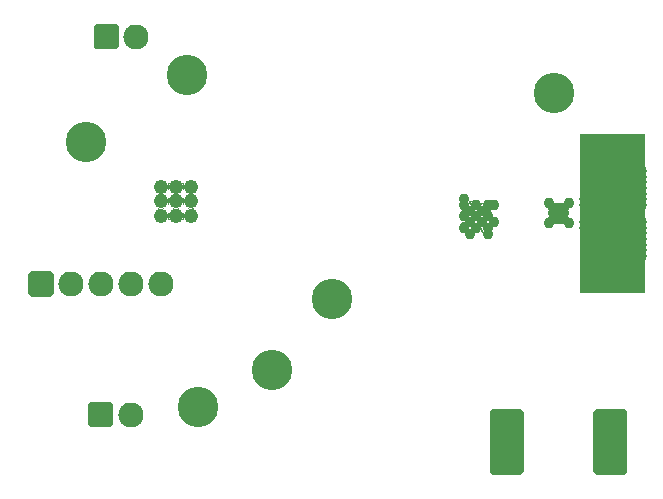
<source format=gbr>
%TF.GenerationSoftware,KiCad,Pcbnew,(5.1.8)-1*%
%TF.CreationDate,2021-01-16T00:45:48+01:00*%
%TF.ProjectId,Ka-band-Mixer,4b612d62-616e-4642-9d4d-697865722e6b,rev?*%
%TF.SameCoordinates,Original*%
%TF.FileFunction,Soldermask,Bot*%
%TF.FilePolarity,Negative*%
%FSLAX46Y46*%
G04 Gerber Fmt 4.6, Leading zero omitted, Abs format (unit mm)*
G04 Created by KiCad (PCBNEW (5.1.8)-1) date 2021-01-16 00:45:48*
%MOMM*%
%LPD*%
G01*
G04 APERTURE LIST*
%ADD10C,0.100000*%
%ADD11O,2.130000X2.130000*%
%ADD12C,1.030000*%
%ADD13C,2.630000*%
%ADD14C,0.930000*%
%ADD15C,3.430000*%
%ADD16C,1.230000*%
G04 APERTURE END LIST*
D10*
%TO.C,J4*%
G36*
X148070000Y-93210001D02*
G01*
X148070000Y-106710001D01*
X142570000Y-106710001D01*
X142570000Y-93210001D01*
X148070000Y-93210001D01*
G37*
G36*
X148070000Y-93210001D02*
G01*
X148070000Y-106710001D01*
X142570000Y-106710001D01*
X142570000Y-93210001D01*
X148070000Y-93210001D01*
G37*
%TD*%
D11*
%TO.C,J1*%
X107065000Y-105930000D03*
X104525000Y-105930000D03*
X101985000Y-105930000D03*
X99445000Y-105930000D03*
G36*
G01*
X97755000Y-106995000D02*
X96055000Y-106995000D01*
G75*
G02*
X95840000Y-106780000I0J215000D01*
G01*
X95840000Y-105080000D01*
G75*
G02*
X96055000Y-104865000I215000J0D01*
G01*
X97755000Y-104865000D01*
G75*
G02*
X97970000Y-105080000I0J-215000D01*
G01*
X97970000Y-106780000D01*
G75*
G02*
X97755000Y-106995000I-215000J0D01*
G01*
G37*
%TD*%
%TO.C,J3*%
X104978200Y-85005600D03*
G36*
G01*
X103288200Y-86070600D02*
X101588200Y-86070600D01*
G75*
G02*
X101373200Y-85855600I0J215000D01*
G01*
X101373200Y-84155600D01*
G75*
G02*
X101588200Y-83940600I215000J0D01*
G01*
X103288200Y-83940600D01*
G75*
G02*
X103503200Y-84155600I0J-215000D01*
G01*
X103503200Y-85855600D01*
G75*
G02*
X103288200Y-86070600I-215000J0D01*
G01*
G37*
%TD*%
%TO.C,J2*%
X104500000Y-116995000D03*
G36*
G01*
X102810000Y-118060000D02*
X101110000Y-118060000D01*
G75*
G02*
X100895000Y-117845000I0J215000D01*
G01*
X100895000Y-116145000D01*
G75*
G02*
X101110000Y-115930000I215000J0D01*
G01*
X102810000Y-115930000D01*
G75*
G02*
X103025000Y-116145000I0J-215000D01*
G01*
X103025000Y-117845000D01*
G75*
G02*
X102810000Y-118060000I-215000J0D01*
G01*
G37*
%TD*%
%TO.C,J5*%
G36*
G01*
X146318440Y-122065420D02*
X143898440Y-122065420D01*
G75*
G02*
X143683440Y-121850420I0J215000D01*
G01*
X143683440Y-116770420D01*
G75*
G02*
X143898440Y-116555420I215000J0D01*
G01*
X146318440Y-116555420D01*
G75*
G02*
X146533440Y-116770420I0J-215000D01*
G01*
X146533440Y-121850420D01*
G75*
G02*
X146318440Y-122065420I-215000J0D01*
G01*
G37*
G36*
G01*
X137558440Y-122065420D02*
X135138440Y-122065420D01*
G75*
G02*
X134923440Y-121850420I0J215000D01*
G01*
X134923440Y-116770420D01*
G75*
G02*
X135138440Y-116555420I215000J0D01*
G01*
X137558440Y-116555420D01*
G75*
G02*
X137773440Y-116770420I0J-215000D01*
G01*
X137773440Y-121850420D01*
G75*
G02*
X137558440Y-122065420I-215000J0D01*
G01*
G37*
%TD*%
D12*
%TO.C,J4*%
X143010000Y-98745001D03*
X143010000Y-99215001D03*
X143480000Y-98745001D03*
X143480000Y-99215001D03*
X143950000Y-98745001D03*
X143950000Y-99215001D03*
X144420000Y-98745001D03*
X144420000Y-99215001D03*
X144890000Y-98745001D03*
X144890000Y-99215001D03*
X145360000Y-98745001D03*
X145360000Y-99215001D03*
X145830000Y-98275001D03*
X145830000Y-98745001D03*
X145830000Y-99215001D03*
X146300000Y-97805001D03*
X146300000Y-98275001D03*
X146300000Y-98745001D03*
X146300000Y-99215001D03*
X146770000Y-97335001D03*
X146770000Y-97805001D03*
X146770000Y-98275001D03*
X146770000Y-98745001D03*
X146770000Y-99215001D03*
X147240000Y-96865001D03*
X147240000Y-97335001D03*
X147240000Y-97805001D03*
X147240000Y-98275001D03*
X147240000Y-98745001D03*
X147240000Y-99215001D03*
X147710000Y-99215001D03*
X147710000Y-98745001D03*
X147710000Y-98275001D03*
X147710000Y-97805001D03*
X147710000Y-97335001D03*
X147710000Y-96865001D03*
X143010000Y-100710001D03*
X143010000Y-101180001D03*
X143480000Y-100710001D03*
X143480000Y-101180001D03*
X143950000Y-100710001D03*
X143950000Y-101180001D03*
X144420000Y-100710001D03*
X144420000Y-101180001D03*
X144890000Y-100710001D03*
X144890000Y-101180001D03*
X145360000Y-100710001D03*
X145360000Y-101180001D03*
X145830000Y-100710001D03*
X145830000Y-101180001D03*
X145830000Y-101650001D03*
X146300000Y-100710001D03*
X146300000Y-101180001D03*
X146300000Y-101650001D03*
X146300000Y-102120001D03*
X146770000Y-100710001D03*
X146770000Y-101180001D03*
X146770000Y-101650001D03*
X146770000Y-102120001D03*
X146770000Y-102590001D03*
X147240000Y-100710001D03*
X147240000Y-101180001D03*
X147240000Y-101650001D03*
X147240000Y-102120001D03*
X147240000Y-102590001D03*
X147240000Y-103060001D03*
X147710000Y-100710001D03*
X147710000Y-101180001D03*
X147710000Y-101650001D03*
X147710000Y-102120001D03*
X147710000Y-102590001D03*
X147710000Y-103060001D03*
X147710000Y-103530001D03*
X147710000Y-96395001D03*
D13*
X145530000Y-95205001D03*
X145530000Y-104720001D03*
%TD*%
D14*
%TO.C,U6*%
X134735000Y-101715000D03*
X133235000Y-101715000D03*
X132735000Y-101215000D03*
X133735000Y-101215000D03*
X134735000Y-101215000D03*
X135235000Y-100715000D03*
X134235000Y-100715000D03*
X133235000Y-100715000D03*
X132735000Y-100215000D03*
X133735000Y-100215000D03*
X134735000Y-100215000D03*
X134235000Y-99715000D03*
X133235000Y-99715000D03*
X134735000Y-99215000D03*
X135235000Y-99215000D03*
X133735000Y-99215000D03*
X132735000Y-99215000D03*
X132735000Y-98715000D03*
%TD*%
D15*
%TO.C,TP2*%
X116450000Y-113200000D03*
%TD*%
D14*
%TO.C,U7*%
X141230000Y-99460000D03*
X141230000Y-100460000D03*
X140230000Y-100460000D03*
X140230000Y-99460000D03*
X141580000Y-99110000D03*
X141580000Y-100810000D03*
X139880000Y-100810000D03*
X139880000Y-99110000D03*
X141230000Y-99960000D03*
X140730000Y-100460000D03*
X140730000Y-99460000D03*
X140230000Y-99960000D03*
X140730000Y-99960000D03*
%TD*%
D16*
%TO.C,U1*%
X109585000Y-100195000D03*
X109585000Y-97695000D03*
X107085000Y-97695000D03*
X107085000Y-100195000D03*
X107085000Y-98945000D03*
X108335000Y-97695000D03*
X109585000Y-98945000D03*
X108335000Y-100195000D03*
X108335000Y-98945000D03*
%TD*%
D15*
%TO.C,TP6*%
X109235000Y-88215000D03*
%TD*%
%TO.C,TP5*%
X121574560Y-107199080D03*
%TD*%
%TO.C,TP4*%
X140370000Y-89760000D03*
%TD*%
%TO.C,TP3*%
X110180120Y-116363400D03*
%TD*%
%TO.C,TP1*%
X100736400Y-93935200D03*
%TD*%
D10*
G36*
X134273971Y-101176761D02*
G01*
X134274239Y-101177761D01*
X134274239Y-101260379D01*
X134291947Y-101349400D01*
X134326680Y-101433252D01*
X134347150Y-101463889D01*
X134347150Y-101466111D01*
X134326680Y-101496748D01*
X134291947Y-101580600D01*
X134290817Y-101586280D01*
X134289498Y-101587784D01*
X134287536Y-101587394D01*
X134286865Y-101585694D01*
X134288394Y-101570176D01*
X134286368Y-101549599D01*
X134280363Y-101529806D01*
X134270615Y-101511568D01*
X134257497Y-101495583D01*
X134241512Y-101482464D01*
X134223274Y-101472716D01*
X134203482Y-101466712D01*
X134182905Y-101464685D01*
X134162328Y-101466711D01*
X134142535Y-101472716D01*
X134124297Y-101482464D01*
X134108312Y-101495582D01*
X134098413Y-101507644D01*
X134096541Y-101508348D01*
X134094995Y-101507079D01*
X134095204Y-101505264D01*
X134143320Y-101433252D01*
X134178053Y-101349400D01*
X134195761Y-101260379D01*
X134195761Y-101177761D01*
X134196761Y-101176029D01*
X134197761Y-101175761D01*
X134272239Y-101175761D01*
X134273971Y-101176761D01*
G37*
G36*
X132518739Y-100624145D02*
G01*
X132600600Y-100658053D01*
X132689621Y-100675761D01*
X132772239Y-100675761D01*
X132773971Y-100676761D01*
X132774239Y-100677761D01*
X132774239Y-100752239D01*
X132773239Y-100753971D01*
X132772239Y-100754239D01*
X132689621Y-100754239D01*
X132600600Y-100771947D01*
X132518739Y-100805855D01*
X132516756Y-100805594D01*
X132515991Y-100803746D01*
X132516705Y-100802461D01*
X132532386Y-100789593D01*
X132545505Y-100773608D01*
X132555253Y-100755370D01*
X132561257Y-100735578D01*
X132563284Y-100715001D01*
X132561258Y-100694424D01*
X132555253Y-100674631D01*
X132545505Y-100656393D01*
X132532387Y-100640408D01*
X132516705Y-100627539D01*
X132516001Y-100625667D01*
X132517269Y-100624121D01*
X132518739Y-100624145D01*
G37*
G36*
X107625515Y-99898714D02*
G01*
X107635408Y-99910769D01*
X107651393Y-99923888D01*
X107669631Y-99933636D01*
X107689423Y-99939640D01*
X107710000Y-99941667D01*
X107730577Y-99939640D01*
X107750369Y-99933636D01*
X107768607Y-99923888D01*
X107784592Y-99910769D01*
X107794485Y-99898714D01*
X107796357Y-99898010D01*
X107797903Y-99899278D01*
X107797694Y-99901094D01*
X107794391Y-99906038D01*
X107748406Y-100017057D01*
X107724961Y-100134918D01*
X107724961Y-100255082D01*
X107748406Y-100372943D01*
X107794391Y-100483962D01*
X107797694Y-100488906D01*
X107797825Y-100490902D01*
X107796162Y-100492013D01*
X107794485Y-100491286D01*
X107784592Y-100479231D01*
X107768607Y-100466112D01*
X107750369Y-100456364D01*
X107730577Y-100450360D01*
X107710000Y-100448333D01*
X107689423Y-100450360D01*
X107669631Y-100456364D01*
X107651393Y-100466112D01*
X107635408Y-100479231D01*
X107625515Y-100491286D01*
X107623643Y-100491990D01*
X107622097Y-100490722D01*
X107622306Y-100488906D01*
X107625609Y-100483962D01*
X107671594Y-100372943D01*
X107695039Y-100255082D01*
X107695039Y-100134918D01*
X107671594Y-100017057D01*
X107625609Y-99906038D01*
X107622306Y-99901094D01*
X107622175Y-99899098D01*
X107623838Y-99897987D01*
X107625515Y-99898714D01*
G37*
G36*
X108875515Y-99898714D02*
G01*
X108885408Y-99910769D01*
X108901393Y-99923888D01*
X108919631Y-99933636D01*
X108939423Y-99939640D01*
X108960000Y-99941667D01*
X108980577Y-99939640D01*
X109000369Y-99933636D01*
X109018607Y-99923888D01*
X109034592Y-99910769D01*
X109044485Y-99898714D01*
X109046357Y-99898010D01*
X109047903Y-99899278D01*
X109047694Y-99901094D01*
X109044391Y-99906038D01*
X108998406Y-100017057D01*
X108974961Y-100134918D01*
X108974961Y-100255082D01*
X108998406Y-100372943D01*
X109044391Y-100483962D01*
X109047694Y-100488906D01*
X109047825Y-100490902D01*
X109046162Y-100492013D01*
X109044485Y-100491286D01*
X109034592Y-100479231D01*
X109018607Y-100466112D01*
X109000369Y-100456364D01*
X108980577Y-100450360D01*
X108960000Y-100448333D01*
X108939423Y-100450360D01*
X108919631Y-100456364D01*
X108901393Y-100466112D01*
X108885408Y-100479231D01*
X108875515Y-100491286D01*
X108873643Y-100491990D01*
X108872097Y-100490722D01*
X108872306Y-100488906D01*
X108875609Y-100483962D01*
X108921594Y-100372943D01*
X108945039Y-100255082D01*
X108945039Y-100134918D01*
X108921594Y-100017057D01*
X108875609Y-99906038D01*
X108872306Y-99901094D01*
X108872175Y-99899098D01*
X108873838Y-99897987D01*
X108875515Y-99898714D01*
G37*
G36*
X135016748Y-99623320D02*
G01*
X135100600Y-99658053D01*
X135106280Y-99659183D01*
X135107784Y-99660502D01*
X135107394Y-99662464D01*
X135105694Y-99663135D01*
X135090176Y-99661606D01*
X135069599Y-99663632D01*
X135049806Y-99669637D01*
X135031568Y-99679385D01*
X135015583Y-99692503D01*
X135002464Y-99708488D01*
X134992716Y-99726726D01*
X134986712Y-99746518D01*
X134984685Y-99767095D01*
X134986711Y-99787672D01*
X134992716Y-99807465D01*
X135002464Y-99825703D01*
X135015582Y-99841688D01*
X135027644Y-99851587D01*
X135028348Y-99853459D01*
X135027079Y-99855005D01*
X135025264Y-99854796D01*
X134953252Y-99806680D01*
X134869400Y-99771947D01*
X134780379Y-99754239D01*
X134697761Y-99754239D01*
X134696029Y-99753239D01*
X134695761Y-99752239D01*
X134695761Y-99677761D01*
X134696761Y-99676029D01*
X134697761Y-99675761D01*
X134780379Y-99675761D01*
X134869400Y-99658053D01*
X134953252Y-99623320D01*
X134983889Y-99602850D01*
X134986111Y-99602850D01*
X135016748Y-99623320D01*
G37*
G36*
X132518739Y-99624145D02*
G01*
X132600600Y-99658053D01*
X132689621Y-99675761D01*
X132772239Y-99675761D01*
X132773971Y-99676761D01*
X132774239Y-99677761D01*
X132774239Y-99752239D01*
X132773239Y-99753971D01*
X132772239Y-99754239D01*
X132689621Y-99754239D01*
X132600600Y-99771947D01*
X132518739Y-99805855D01*
X132516756Y-99805594D01*
X132515991Y-99803746D01*
X132516705Y-99802461D01*
X132532386Y-99789593D01*
X132545505Y-99773608D01*
X132555253Y-99755370D01*
X132561257Y-99735578D01*
X132563284Y-99715001D01*
X132561258Y-99694424D01*
X132555253Y-99674631D01*
X132545505Y-99656393D01*
X132532387Y-99640408D01*
X132516705Y-99627539D01*
X132516001Y-99625667D01*
X132517269Y-99624121D01*
X132518739Y-99624145D01*
G37*
G36*
X106791094Y-99482306D02*
G01*
X106796038Y-99485609D01*
X106907057Y-99531594D01*
X107024918Y-99555039D01*
X107145082Y-99555039D01*
X107262943Y-99531594D01*
X107373962Y-99485609D01*
X107378906Y-99482306D01*
X107380902Y-99482175D01*
X107382013Y-99483838D01*
X107381286Y-99485515D01*
X107369231Y-99495408D01*
X107356112Y-99511393D01*
X107346364Y-99529631D01*
X107340360Y-99549423D01*
X107338333Y-99570000D01*
X107340360Y-99590577D01*
X107346364Y-99610369D01*
X107356112Y-99628607D01*
X107369231Y-99644592D01*
X107381286Y-99654485D01*
X107381990Y-99656357D01*
X107380722Y-99657903D01*
X107378906Y-99657694D01*
X107373962Y-99654391D01*
X107262943Y-99608406D01*
X107145082Y-99584961D01*
X107024918Y-99584961D01*
X106907057Y-99608406D01*
X106796038Y-99654391D01*
X106791094Y-99657694D01*
X106789098Y-99657825D01*
X106787987Y-99656162D01*
X106788714Y-99654485D01*
X106800769Y-99644592D01*
X106813888Y-99628607D01*
X106823636Y-99610369D01*
X106829640Y-99590577D01*
X106831667Y-99570000D01*
X106829640Y-99549423D01*
X106823636Y-99529631D01*
X106813888Y-99511393D01*
X106800769Y-99495408D01*
X106788714Y-99485515D01*
X106788010Y-99483643D01*
X106789278Y-99482097D01*
X106791094Y-99482306D01*
G37*
G36*
X109291094Y-99482306D02*
G01*
X109296038Y-99485609D01*
X109407057Y-99531594D01*
X109524918Y-99555039D01*
X109645082Y-99555039D01*
X109762943Y-99531594D01*
X109873962Y-99485609D01*
X109878906Y-99482306D01*
X109880902Y-99482175D01*
X109882013Y-99483838D01*
X109881286Y-99485515D01*
X109869231Y-99495408D01*
X109856112Y-99511393D01*
X109846364Y-99529631D01*
X109840360Y-99549423D01*
X109838333Y-99570000D01*
X109840360Y-99590577D01*
X109846364Y-99610369D01*
X109856112Y-99628607D01*
X109869231Y-99644592D01*
X109881286Y-99654485D01*
X109881990Y-99656357D01*
X109880722Y-99657903D01*
X109878906Y-99657694D01*
X109873962Y-99654391D01*
X109762943Y-99608406D01*
X109645082Y-99584961D01*
X109524918Y-99584961D01*
X109407057Y-99608406D01*
X109296038Y-99654391D01*
X109291094Y-99657694D01*
X109289098Y-99657825D01*
X109287987Y-99656162D01*
X109288714Y-99654485D01*
X109300769Y-99644592D01*
X109313888Y-99628607D01*
X109323636Y-99610369D01*
X109329640Y-99590577D01*
X109331667Y-99570000D01*
X109329640Y-99549423D01*
X109323636Y-99529631D01*
X109313888Y-99511393D01*
X109300769Y-99495408D01*
X109288714Y-99485515D01*
X109288010Y-99483643D01*
X109289278Y-99482097D01*
X109291094Y-99482306D01*
G37*
G36*
X108041094Y-99482306D02*
G01*
X108046038Y-99485609D01*
X108157057Y-99531594D01*
X108274918Y-99555039D01*
X108395082Y-99555039D01*
X108512943Y-99531594D01*
X108623962Y-99485609D01*
X108628906Y-99482306D01*
X108630902Y-99482175D01*
X108632013Y-99483838D01*
X108631286Y-99485515D01*
X108619231Y-99495408D01*
X108606112Y-99511393D01*
X108596364Y-99529631D01*
X108590360Y-99549423D01*
X108588333Y-99570000D01*
X108590360Y-99590577D01*
X108596364Y-99610369D01*
X108606112Y-99628607D01*
X108619231Y-99644592D01*
X108631286Y-99654485D01*
X108631990Y-99656357D01*
X108630722Y-99657903D01*
X108628906Y-99657694D01*
X108623962Y-99654391D01*
X108512943Y-99608406D01*
X108395082Y-99584961D01*
X108274918Y-99584961D01*
X108157057Y-99608406D01*
X108046038Y-99654391D01*
X108041094Y-99657694D01*
X108039098Y-99657825D01*
X108037987Y-99656162D01*
X108038714Y-99654485D01*
X108050769Y-99644592D01*
X108063888Y-99628607D01*
X108073636Y-99610369D01*
X108079640Y-99590577D01*
X108081667Y-99570000D01*
X108079640Y-99549423D01*
X108073636Y-99529631D01*
X108063888Y-99511393D01*
X108050769Y-99495408D01*
X108038714Y-99485515D01*
X108038010Y-99483643D01*
X108039278Y-99482097D01*
X108041094Y-99482306D01*
G37*
G36*
X134147539Y-98996705D02*
G01*
X134160407Y-99012386D01*
X134176392Y-99025505D01*
X134194630Y-99035253D01*
X134214422Y-99041257D01*
X134234999Y-99043284D01*
X134255576Y-99041258D01*
X134275369Y-99035253D01*
X134293607Y-99025505D01*
X134309592Y-99012387D01*
X134322461Y-98996705D01*
X134324333Y-98996001D01*
X134325879Y-98997269D01*
X134325855Y-98998739D01*
X134291947Y-99080600D01*
X134274239Y-99169621D01*
X134274239Y-99252239D01*
X134273239Y-99253971D01*
X134272239Y-99254239D01*
X134197761Y-99254239D01*
X134196029Y-99253239D01*
X134195761Y-99252239D01*
X134195761Y-99169621D01*
X134178053Y-99080600D01*
X134144145Y-98998739D01*
X134144406Y-98996756D01*
X134146254Y-98995991D01*
X134147539Y-98996705D01*
G37*
G36*
X133182464Y-98842606D02*
G01*
X133183135Y-98844306D01*
X133181606Y-98859824D01*
X133183632Y-98880401D01*
X133189637Y-98900194D01*
X133199385Y-98918432D01*
X133212503Y-98934417D01*
X133228488Y-98947536D01*
X133246726Y-98957284D01*
X133266518Y-98963288D01*
X133287095Y-98965315D01*
X133307672Y-98963289D01*
X133327465Y-98957284D01*
X133345703Y-98947536D01*
X133361688Y-98934418D01*
X133371587Y-98922356D01*
X133373459Y-98921652D01*
X133375005Y-98922921D01*
X133374796Y-98924736D01*
X133326680Y-98996748D01*
X133291947Y-99080600D01*
X133274239Y-99169621D01*
X133274239Y-99252239D01*
X133273239Y-99253971D01*
X133272239Y-99254239D01*
X133197761Y-99254239D01*
X133196029Y-99253239D01*
X133195761Y-99252239D01*
X133195761Y-99169621D01*
X133178053Y-99080600D01*
X133143320Y-98996748D01*
X133122850Y-98966111D01*
X133122850Y-98963889D01*
X133143320Y-98933252D01*
X133178053Y-98849400D01*
X133179183Y-98843720D01*
X133180502Y-98842216D01*
X133182464Y-98842606D01*
G37*
G36*
X108875515Y-98648714D02*
G01*
X108885408Y-98660769D01*
X108901393Y-98673888D01*
X108919631Y-98683636D01*
X108939423Y-98689640D01*
X108960000Y-98691667D01*
X108980577Y-98689640D01*
X109000369Y-98683636D01*
X109018607Y-98673888D01*
X109034592Y-98660769D01*
X109044485Y-98648714D01*
X109046357Y-98648010D01*
X109047903Y-98649278D01*
X109047694Y-98651094D01*
X109044391Y-98656038D01*
X108998406Y-98767057D01*
X108974961Y-98884918D01*
X108974961Y-99005082D01*
X108998406Y-99122943D01*
X109044391Y-99233962D01*
X109047694Y-99238906D01*
X109047825Y-99240902D01*
X109046162Y-99242013D01*
X109044485Y-99241286D01*
X109034592Y-99229231D01*
X109018607Y-99216112D01*
X109000369Y-99206364D01*
X108980577Y-99200360D01*
X108960000Y-99198333D01*
X108939423Y-99200360D01*
X108919631Y-99206364D01*
X108901393Y-99216112D01*
X108885408Y-99229231D01*
X108875515Y-99241286D01*
X108873643Y-99241990D01*
X108872097Y-99240722D01*
X108872306Y-99238906D01*
X108875609Y-99233962D01*
X108921594Y-99122943D01*
X108945039Y-99005082D01*
X108945039Y-98884918D01*
X108921594Y-98767057D01*
X108875609Y-98656038D01*
X108872306Y-98651094D01*
X108872175Y-98649098D01*
X108873838Y-98647987D01*
X108875515Y-98648714D01*
G37*
G36*
X107625515Y-98648714D02*
G01*
X107635408Y-98660769D01*
X107651393Y-98673888D01*
X107669631Y-98683636D01*
X107689423Y-98689640D01*
X107710000Y-98691667D01*
X107730577Y-98689640D01*
X107750369Y-98683636D01*
X107768607Y-98673888D01*
X107784592Y-98660769D01*
X107794485Y-98648714D01*
X107796357Y-98648010D01*
X107797903Y-98649278D01*
X107797694Y-98651094D01*
X107794391Y-98656038D01*
X107748406Y-98767057D01*
X107724961Y-98884918D01*
X107724961Y-99005082D01*
X107748406Y-99122943D01*
X107794391Y-99233962D01*
X107797694Y-99238906D01*
X107797825Y-99240902D01*
X107796162Y-99242013D01*
X107794485Y-99241286D01*
X107784592Y-99229231D01*
X107768607Y-99216112D01*
X107750369Y-99206364D01*
X107730577Y-99200360D01*
X107710000Y-99198333D01*
X107689423Y-99200360D01*
X107669631Y-99206364D01*
X107651393Y-99216112D01*
X107635408Y-99229231D01*
X107625515Y-99241286D01*
X107623643Y-99241990D01*
X107622097Y-99240722D01*
X107622306Y-99238906D01*
X107625609Y-99233962D01*
X107671594Y-99122943D01*
X107695039Y-99005082D01*
X107695039Y-98884918D01*
X107671594Y-98767057D01*
X107625609Y-98656038D01*
X107622306Y-98651094D01*
X107622175Y-98649098D01*
X107623838Y-98647987D01*
X107625515Y-98648714D01*
G37*
G36*
X108041094Y-98232306D02*
G01*
X108046038Y-98235609D01*
X108157057Y-98281594D01*
X108274918Y-98305039D01*
X108395082Y-98305039D01*
X108512943Y-98281594D01*
X108623962Y-98235609D01*
X108628906Y-98232306D01*
X108630902Y-98232175D01*
X108632013Y-98233838D01*
X108631286Y-98235515D01*
X108619231Y-98245408D01*
X108606112Y-98261393D01*
X108596364Y-98279631D01*
X108590360Y-98299423D01*
X108588333Y-98320000D01*
X108590360Y-98340577D01*
X108596364Y-98360369D01*
X108606112Y-98378607D01*
X108619231Y-98394592D01*
X108631286Y-98404485D01*
X108631990Y-98406357D01*
X108630722Y-98407903D01*
X108628906Y-98407694D01*
X108623962Y-98404391D01*
X108512943Y-98358406D01*
X108395082Y-98334961D01*
X108274918Y-98334961D01*
X108157057Y-98358406D01*
X108046038Y-98404391D01*
X108041094Y-98407694D01*
X108039098Y-98407825D01*
X108037987Y-98406162D01*
X108038714Y-98404485D01*
X108050769Y-98394592D01*
X108063888Y-98378607D01*
X108073636Y-98360369D01*
X108079640Y-98340577D01*
X108081667Y-98320000D01*
X108079640Y-98299423D01*
X108073636Y-98279631D01*
X108063888Y-98261393D01*
X108050769Y-98245408D01*
X108038714Y-98235515D01*
X108038010Y-98233643D01*
X108039278Y-98232097D01*
X108041094Y-98232306D01*
G37*
G36*
X109291094Y-98232306D02*
G01*
X109296038Y-98235609D01*
X109407057Y-98281594D01*
X109524918Y-98305039D01*
X109645082Y-98305039D01*
X109762943Y-98281594D01*
X109873962Y-98235609D01*
X109878906Y-98232306D01*
X109880902Y-98232175D01*
X109882013Y-98233838D01*
X109881286Y-98235515D01*
X109869231Y-98245408D01*
X109856112Y-98261393D01*
X109846364Y-98279631D01*
X109840360Y-98299423D01*
X109838333Y-98320000D01*
X109840360Y-98340577D01*
X109846364Y-98360369D01*
X109856112Y-98378607D01*
X109869231Y-98394592D01*
X109881286Y-98404485D01*
X109881990Y-98406357D01*
X109880722Y-98407903D01*
X109878906Y-98407694D01*
X109873962Y-98404391D01*
X109762943Y-98358406D01*
X109645082Y-98334961D01*
X109524918Y-98334961D01*
X109407057Y-98358406D01*
X109296038Y-98404391D01*
X109291094Y-98407694D01*
X109289098Y-98407825D01*
X109287987Y-98406162D01*
X109288714Y-98404485D01*
X109300769Y-98394592D01*
X109313888Y-98378607D01*
X109323636Y-98360369D01*
X109329640Y-98340577D01*
X109331667Y-98320000D01*
X109329640Y-98299423D01*
X109323636Y-98279631D01*
X109313888Y-98261393D01*
X109300769Y-98245408D01*
X109288714Y-98235515D01*
X109288010Y-98233643D01*
X109289278Y-98232097D01*
X109291094Y-98232306D01*
G37*
G36*
X106791094Y-98232306D02*
G01*
X106796038Y-98235609D01*
X106907057Y-98281594D01*
X107024918Y-98305039D01*
X107145082Y-98305039D01*
X107262943Y-98281594D01*
X107373962Y-98235609D01*
X107378906Y-98232306D01*
X107380902Y-98232175D01*
X107382013Y-98233838D01*
X107381286Y-98235515D01*
X107369231Y-98245408D01*
X107356112Y-98261393D01*
X107346364Y-98279631D01*
X107340360Y-98299423D01*
X107338333Y-98320000D01*
X107340360Y-98340577D01*
X107346364Y-98360369D01*
X107356112Y-98378607D01*
X107369231Y-98394592D01*
X107381286Y-98404485D01*
X107381990Y-98406357D01*
X107380722Y-98407903D01*
X107378906Y-98407694D01*
X107373962Y-98404391D01*
X107262943Y-98358406D01*
X107145082Y-98334961D01*
X107024918Y-98334961D01*
X106907057Y-98358406D01*
X106796038Y-98404391D01*
X106791094Y-98407694D01*
X106789098Y-98407825D01*
X106787987Y-98406162D01*
X106788714Y-98404485D01*
X106800769Y-98394592D01*
X106813888Y-98378607D01*
X106823636Y-98360369D01*
X106829640Y-98340577D01*
X106831667Y-98320000D01*
X106829640Y-98299423D01*
X106823636Y-98279631D01*
X106813888Y-98261393D01*
X106800769Y-98245408D01*
X106788714Y-98235515D01*
X106788010Y-98233643D01*
X106789278Y-98232097D01*
X106791094Y-98232306D01*
G37*
G36*
X108875515Y-97398714D02*
G01*
X108885408Y-97410769D01*
X108901393Y-97423888D01*
X108919631Y-97433636D01*
X108939423Y-97439640D01*
X108960000Y-97441667D01*
X108980577Y-97439640D01*
X109000369Y-97433636D01*
X109018607Y-97423888D01*
X109034592Y-97410769D01*
X109044485Y-97398714D01*
X109046357Y-97398010D01*
X109047903Y-97399278D01*
X109047694Y-97401094D01*
X109044391Y-97406038D01*
X108998406Y-97517057D01*
X108974961Y-97634918D01*
X108974961Y-97755082D01*
X108998406Y-97872943D01*
X109044391Y-97983962D01*
X109047694Y-97988906D01*
X109047825Y-97990902D01*
X109046162Y-97992013D01*
X109044485Y-97991286D01*
X109034592Y-97979231D01*
X109018607Y-97966112D01*
X109000369Y-97956364D01*
X108980577Y-97950360D01*
X108960000Y-97948333D01*
X108939423Y-97950360D01*
X108919631Y-97956364D01*
X108901393Y-97966112D01*
X108885408Y-97979231D01*
X108875515Y-97991286D01*
X108873643Y-97991990D01*
X108872097Y-97990722D01*
X108872306Y-97988906D01*
X108875609Y-97983962D01*
X108921594Y-97872943D01*
X108945039Y-97755082D01*
X108945039Y-97634918D01*
X108921594Y-97517057D01*
X108875609Y-97406038D01*
X108872306Y-97401094D01*
X108872175Y-97399098D01*
X108873838Y-97397987D01*
X108875515Y-97398714D01*
G37*
G36*
X107625515Y-97398714D02*
G01*
X107635408Y-97410769D01*
X107651393Y-97423888D01*
X107669631Y-97433636D01*
X107689423Y-97439640D01*
X107710000Y-97441667D01*
X107730577Y-97439640D01*
X107750369Y-97433636D01*
X107768607Y-97423888D01*
X107784592Y-97410769D01*
X107794485Y-97398714D01*
X107796357Y-97398010D01*
X107797903Y-97399278D01*
X107797694Y-97401094D01*
X107794391Y-97406038D01*
X107748406Y-97517057D01*
X107724961Y-97634918D01*
X107724961Y-97755082D01*
X107748406Y-97872943D01*
X107794391Y-97983962D01*
X107797694Y-97988906D01*
X107797825Y-97990902D01*
X107796162Y-97992013D01*
X107794485Y-97991286D01*
X107784592Y-97979231D01*
X107768607Y-97966112D01*
X107750369Y-97956364D01*
X107730577Y-97950360D01*
X107710000Y-97948333D01*
X107689423Y-97950360D01*
X107669631Y-97956364D01*
X107651393Y-97966112D01*
X107635408Y-97979231D01*
X107625515Y-97991286D01*
X107623643Y-97991990D01*
X107622097Y-97990722D01*
X107622306Y-97988906D01*
X107625609Y-97983962D01*
X107671594Y-97872943D01*
X107695039Y-97755082D01*
X107695039Y-97634918D01*
X107671594Y-97517057D01*
X107625609Y-97406038D01*
X107622306Y-97401094D01*
X107622175Y-97399098D01*
X107623838Y-97397987D01*
X107625515Y-97398714D01*
G37*
M02*

</source>
